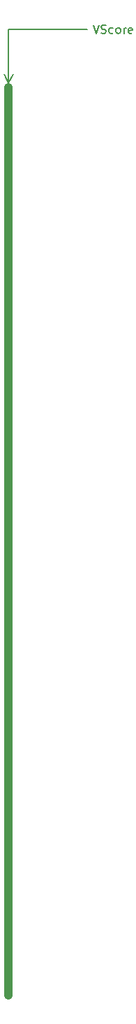
<source format=gbr>
G04 #@! TF.GenerationSoftware,KiCad,Pcbnew,8.0.2-1*
G04 #@! TF.CreationDate,2024-06-17T09:55:16+02:00*
G04 #@! TF.ProjectId,low-orbit,6c6f772d-6f72-4626-9974-2e6b69636164,rev?*
G04 #@! TF.SameCoordinates,Original*
G04 #@! TF.FileFunction,Other,User*
%FSLAX46Y46*%
G04 Gerber Fmt 4.6, Leading zero omitted, Abs format (unit mm)*
G04 Created by KiCad (PCBNEW 8.0.2-1) date 2024-06-17 09:55:16*
%MOMM*%
%LPD*%
G01*
G04 APERTURE LIST*
%ADD10C,0.150000*%
%ADD11C,1.000000*%
G04 APERTURE END LIST*
D10*
X110771428Y-42454819D02*
X111104761Y-43454819D01*
X111104761Y-43454819D02*
X111438094Y-42454819D01*
X111723809Y-43407200D02*
X111866666Y-43454819D01*
X111866666Y-43454819D02*
X112104761Y-43454819D01*
X112104761Y-43454819D02*
X112199999Y-43407200D01*
X112199999Y-43407200D02*
X112247618Y-43359580D01*
X112247618Y-43359580D02*
X112295237Y-43264342D01*
X112295237Y-43264342D02*
X112295237Y-43169104D01*
X112295237Y-43169104D02*
X112247618Y-43073866D01*
X112247618Y-43073866D02*
X112199999Y-43026247D01*
X112199999Y-43026247D02*
X112104761Y-42978628D01*
X112104761Y-42978628D02*
X111914285Y-42931009D01*
X111914285Y-42931009D02*
X111819047Y-42883390D01*
X111819047Y-42883390D02*
X111771428Y-42835771D01*
X111771428Y-42835771D02*
X111723809Y-42740533D01*
X111723809Y-42740533D02*
X111723809Y-42645295D01*
X111723809Y-42645295D02*
X111771428Y-42550057D01*
X111771428Y-42550057D02*
X111819047Y-42502438D01*
X111819047Y-42502438D02*
X111914285Y-42454819D01*
X111914285Y-42454819D02*
X112152380Y-42454819D01*
X112152380Y-42454819D02*
X112295237Y-42502438D01*
X113152380Y-43407200D02*
X113057142Y-43454819D01*
X113057142Y-43454819D02*
X112866666Y-43454819D01*
X112866666Y-43454819D02*
X112771428Y-43407200D01*
X112771428Y-43407200D02*
X112723809Y-43359580D01*
X112723809Y-43359580D02*
X112676190Y-43264342D01*
X112676190Y-43264342D02*
X112676190Y-42978628D01*
X112676190Y-42978628D02*
X112723809Y-42883390D01*
X112723809Y-42883390D02*
X112771428Y-42835771D01*
X112771428Y-42835771D02*
X112866666Y-42788152D01*
X112866666Y-42788152D02*
X113057142Y-42788152D01*
X113057142Y-42788152D02*
X113152380Y-42835771D01*
X113723809Y-43454819D02*
X113628571Y-43407200D01*
X113628571Y-43407200D02*
X113580952Y-43359580D01*
X113580952Y-43359580D02*
X113533333Y-43264342D01*
X113533333Y-43264342D02*
X113533333Y-42978628D01*
X113533333Y-42978628D02*
X113580952Y-42883390D01*
X113580952Y-42883390D02*
X113628571Y-42835771D01*
X113628571Y-42835771D02*
X113723809Y-42788152D01*
X113723809Y-42788152D02*
X113866666Y-42788152D01*
X113866666Y-42788152D02*
X113961904Y-42835771D01*
X113961904Y-42835771D02*
X114009523Y-42883390D01*
X114009523Y-42883390D02*
X114057142Y-42978628D01*
X114057142Y-42978628D02*
X114057142Y-43264342D01*
X114057142Y-43264342D02*
X114009523Y-43359580D01*
X114009523Y-43359580D02*
X113961904Y-43407200D01*
X113961904Y-43407200D02*
X113866666Y-43454819D01*
X113866666Y-43454819D02*
X113723809Y-43454819D01*
X114485714Y-43454819D02*
X114485714Y-42788152D01*
X114485714Y-42978628D02*
X114533333Y-42883390D01*
X114533333Y-42883390D02*
X114580952Y-42835771D01*
X114580952Y-42835771D02*
X114676190Y-42788152D01*
X114676190Y-42788152D02*
X114771428Y-42788152D01*
X115485714Y-43407200D02*
X115390476Y-43454819D01*
X115390476Y-43454819D02*
X115200000Y-43454819D01*
X115200000Y-43454819D02*
X115104762Y-43407200D01*
X115104762Y-43407200D02*
X115057143Y-43311961D01*
X115057143Y-43311961D02*
X115057143Y-42931009D01*
X115057143Y-42931009D02*
X115104762Y-42835771D01*
X115104762Y-42835771D02*
X115200000Y-42788152D01*
X115200000Y-42788152D02*
X115390476Y-42788152D01*
X115390476Y-42788152D02*
X115485714Y-42835771D01*
X115485714Y-42835771D02*
X115533333Y-42931009D01*
X115533333Y-42931009D02*
X115533333Y-43026247D01*
X115533333Y-43026247D02*
X115057143Y-43121485D01*
X100500000Y-49500000D02*
X100500000Y-43000000D01*
X100500000Y-49500000D02*
X99913579Y-48373496D01*
X100500000Y-49500000D02*
X101086421Y-48373496D01*
X100500000Y-43000000D02*
X110051190Y-43000000D01*
X100500000Y-49500000D02*
X100500000Y-43000000D01*
X100500000Y-49500000D02*
X99913579Y-48373496D01*
X100500000Y-49500000D02*
X101086421Y-48373496D01*
X100500000Y-43000000D02*
X110051190Y-43000000D01*
D11*
X100500000Y-50000000D02*
X100500000Y-160000000D01*
M02*

</source>
